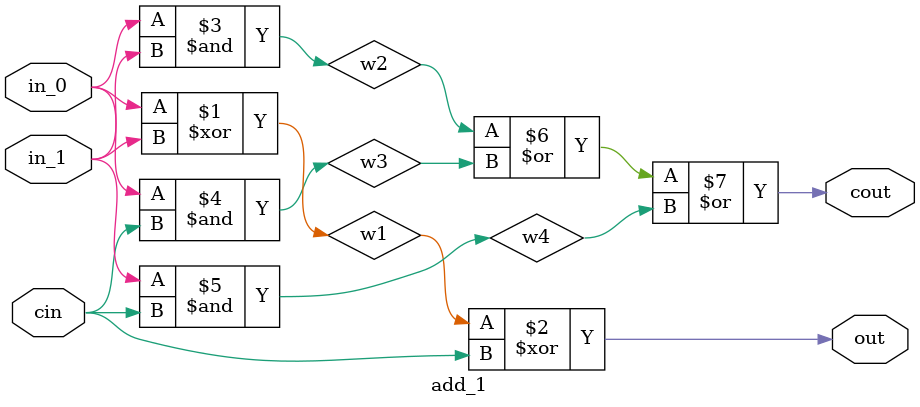
<source format=v>
`timescale 1ns / 1ps


module add_1( out, cout, in_0, in_1, cin); 
input   in_0, in_1, cin;
output  out, cout;
wire w1, w2, w3, w4;

xor ( w1, in_0, in_1),
    ( out, w1, cin);
and ( w2, in_0, in_1),
    ( w3, in_0, cin),
    ( w4, in_1, cin);
or  ( cout, w2, w3, w4); 

endmodule

</source>
